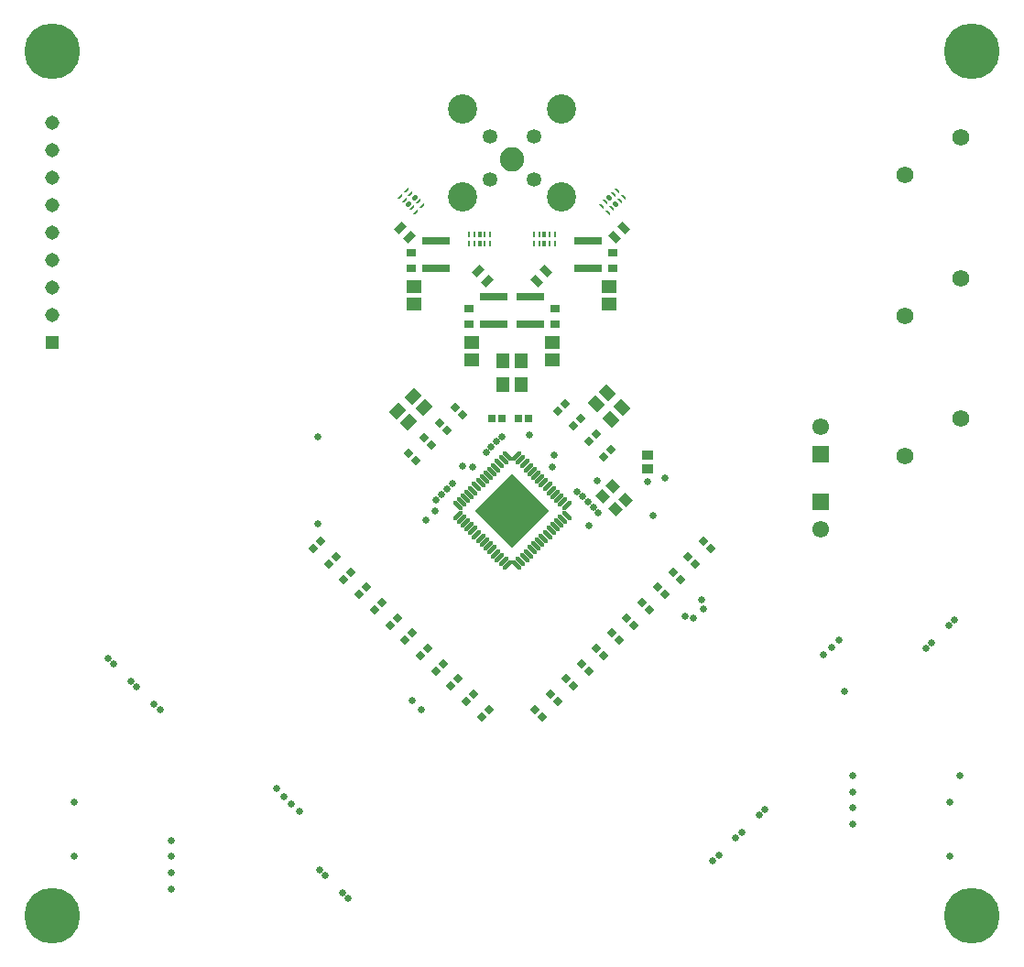
<source format=gbs>
G04*
G04 #@! TF.GenerationSoftware,Altium Limited,Altium Designer,24.4.1 (13)*
G04*
G04 Layer_Color=16711935*
%FSLAX44Y44*%
%MOMM*%
G71*
G04*
G04 #@! TF.SameCoordinates,A59C2C85-A93C-4369-95B1-CFFD4854EA8D*
G04*
G04*
G04 #@! TF.FilePolarity,Negative*
G04*
G01*
G75*
G04:AMPARAMS|DCode=23|XSize=0.7154mm|YSize=0.6725mm|CornerRadius=0mm|HoleSize=0mm|Usage=FLASHONLY|Rotation=45.000|XOffset=0mm|YOffset=0mm|HoleType=Round|Shape=Rectangle|*
%AMROTATEDRECTD23*
4,1,4,-0.0152,-0.4907,-0.4907,-0.0152,0.0152,0.4907,0.4907,0.0152,-0.0152,-0.4907,0.0*
%
%ADD23ROTATEDRECTD23*%

G04:AMPARAMS|DCode=24|XSize=0.7154mm|YSize=0.6725mm|CornerRadius=0mm|HoleSize=0mm|Usage=FLASHONLY|Rotation=315.000|XOffset=0mm|YOffset=0mm|HoleType=Round|Shape=Rectangle|*
%AMROTATEDRECTD24*
4,1,4,-0.4907,0.0152,-0.0152,0.4907,0.4907,-0.0152,0.0152,-0.4907,-0.4907,0.0152,0.0*
%
%ADD24ROTATEDRECTD24*%

%ADD40R,0.7154X0.6725*%
G04:AMPARAMS|DCode=46|XSize=1mm|YSize=0.85mm|CornerRadius=0mm|HoleSize=0mm|Usage=FLASHONLY|Rotation=135.000|XOffset=0mm|YOffset=0mm|HoleType=Round|Shape=Rectangle|*
%AMROTATEDRECTD46*
4,1,4,0.6541,-0.0530,0.0530,-0.6541,-0.6541,0.0530,-0.0530,0.6541,0.6541,-0.0530,0.0*
%
%ADD46ROTATEDRECTD46*%

%ADD53C,1.3500*%
%ADD54C,2.2500*%
%ADD55C,2.7000*%
%ADD56C,1.5500*%
%ADD57R,1.5500X1.5500*%
%ADD58C,1.3100*%
%ADD59R,1.3100X1.3100*%
%ADD60C,1.5748*%
%ADD61C,0.6500*%
%ADD62C,1.1500*%
%ADD63C,5.1500*%
%ADD87R,1.4562X1.2546*%
%ADD88R,0.9000X0.6500*%
%ADD89R,2.6500X0.6500*%
G04:AMPARAMS|DCode=91|XSize=0.64mm|YSize=1.02mm|CornerRadius=0mm|HoleSize=0mm|Usage=FLASHONLY|Rotation=135.000|XOffset=0mm|YOffset=0mm|HoleType=Round|Shape=Rectangle|*
%AMROTATEDRECTD91*
4,1,4,0.5869,0.1343,-0.1343,-0.5869,-0.5869,-0.1343,0.1343,0.5869,0.5869,0.1343,0.0*
%
%ADD91ROTATEDRECTD91*%

G04:AMPARAMS|DCode=92|XSize=0.64mm|YSize=1.02mm|CornerRadius=0mm|HoleSize=0mm|Usage=FLASHONLY|Rotation=45.000|XOffset=0mm|YOffset=0mm|HoleType=Round|Shape=Rectangle|*
%AMROTATEDRECTD92*
4,1,4,0.1343,-0.5869,-0.5869,0.1343,-0.1343,0.5869,0.5869,-0.1343,0.1343,-0.5869,0.0*
%
%ADD92ROTATEDRECTD92*%

G04:AMPARAMS|DCode=93|XSize=0.565mm|YSize=0.2mm|CornerRadius=0.05mm|HoleSize=0mm|Usage=FLASHONLY|Rotation=225.000|XOffset=0mm|YOffset=0mm|HoleType=Round|Shape=RoundedRectangle|*
%AMROUNDEDRECTD93*
21,1,0.5650,0.1000,0,0,225.0*
21,1,0.4650,0.2000,0,0,225.0*
1,1,0.1000,-0.1998,-0.1291*
1,1,0.1000,0.1291,0.1998*
1,1,0.1000,0.1998,0.1291*
1,1,0.1000,-0.1291,-0.1998*
%
%ADD93ROUNDEDRECTD93*%
G04:AMPARAMS|DCode=94|XSize=0.565mm|YSize=0.4mm|CornerRadius=0.05mm|HoleSize=0mm|Usage=FLASHONLY|Rotation=225.000|XOffset=0mm|YOffset=0mm|HoleType=Round|Shape=RoundedRectangle|*
%AMROUNDEDRECTD94*
21,1,0.5650,0.3000,0,0,225.0*
21,1,0.4650,0.4000,0,0,225.0*
1,1,0.1000,-0.2705,-0.0583*
1,1,0.1000,0.0583,0.2705*
1,1,0.1000,0.2705,0.0583*
1,1,0.1000,-0.0583,-0.2705*
%
%ADD94ROUNDEDRECTD94*%
G04:AMPARAMS|DCode=95|XSize=0.565mm|YSize=0.2mm|CornerRadius=0.05mm|HoleSize=0mm|Usage=FLASHONLY|Rotation=90.000|XOffset=0mm|YOffset=0mm|HoleType=Round|Shape=RoundedRectangle|*
%AMROUNDEDRECTD95*
21,1,0.5650,0.1000,0,0,90.0*
21,1,0.4650,0.2000,0,0,90.0*
1,1,0.1000,0.0500,0.2325*
1,1,0.1000,0.0500,-0.2325*
1,1,0.1000,-0.0500,-0.2325*
1,1,0.1000,-0.0500,0.2325*
%
%ADD95ROUNDEDRECTD95*%
G04:AMPARAMS|DCode=96|XSize=0.565mm|YSize=0.4mm|CornerRadius=0.05mm|HoleSize=0mm|Usage=FLASHONLY|Rotation=90.000|XOffset=0mm|YOffset=0mm|HoleType=Round|Shape=RoundedRectangle|*
%AMROUNDEDRECTD96*
21,1,0.5650,0.3000,0,0,90.0*
21,1,0.4650,0.4000,0,0,90.0*
1,1,0.1000,0.1500,0.2325*
1,1,0.1000,0.1500,-0.2325*
1,1,0.1000,-0.1500,-0.2325*
1,1,0.1000,-0.1500,0.2325*
%
%ADD96ROUNDEDRECTD96*%
G04:AMPARAMS|DCode=97|XSize=0.565mm|YSize=0.2mm|CornerRadius=0.05mm|HoleSize=0mm|Usage=FLASHONLY|Rotation=315.000|XOffset=0mm|YOffset=0mm|HoleType=Round|Shape=RoundedRectangle|*
%AMROUNDEDRECTD97*
21,1,0.5650,0.1000,0,0,315.0*
21,1,0.4650,0.2000,0,0,315.0*
1,1,0.1000,0.1291,-0.1998*
1,1,0.1000,-0.1998,0.1291*
1,1,0.1000,-0.1291,0.1998*
1,1,0.1000,0.1998,-0.1291*
%
%ADD97ROUNDEDRECTD97*%
G04:AMPARAMS|DCode=98|XSize=0.565mm|YSize=0.4mm|CornerRadius=0.05mm|HoleSize=0mm|Usage=FLASHONLY|Rotation=315.000|XOffset=0mm|YOffset=0mm|HoleType=Round|Shape=RoundedRectangle|*
%AMROUNDEDRECTD98*
21,1,0.5650,0.3000,0,0,315.0*
21,1,0.4650,0.4000,0,0,315.0*
1,1,0.1000,0.0583,-0.2705*
1,1,0.1000,-0.2705,0.0583*
1,1,0.1000,-0.0583,0.2705*
1,1,0.1000,0.2705,-0.0583*
%
%ADD98ROUNDEDRECTD98*%
%ADD101R,1.2000X1.4000*%
%ADD106R,1.0000X0.9000*%
G04:AMPARAMS|DCode=107|XSize=1.2mm|YSize=1.05mm|CornerRadius=0mm|HoleSize=0mm|Usage=FLASHONLY|Rotation=135.000|XOffset=0mm|YOffset=0mm|HoleType=Round|Shape=Rectangle|*
%AMROTATEDRECTD107*
4,1,4,0.7955,-0.0530,0.0530,-0.7955,-0.7955,0.0530,-0.0530,0.7955,0.7955,-0.0530,0.0*
%
%ADD107ROTATEDRECTD107*%

G04:AMPARAMS|DCode=108|XSize=1.2mm|YSize=1.05mm|CornerRadius=0mm|HoleSize=0mm|Usage=FLASHONLY|Rotation=225.000|XOffset=0mm|YOffset=0mm|HoleType=Round|Shape=Rectangle|*
%AMROTATEDRECTD108*
4,1,4,0.0530,0.7955,0.7955,0.0530,-0.0530,-0.7955,-0.7955,-0.0530,0.0530,0.7955,0.0*
%
%ADD108ROTATEDRECTD108*%

G04:AMPARAMS|DCode=109|XSize=0.4mm|YSize=1.1mm|CornerRadius=0mm|HoleSize=0mm|Usage=FLASHONLY|Rotation=225.000|XOffset=0mm|YOffset=0mm|HoleType=Round|Shape=Round|*
%AMOVALD109*
21,1,0.7000,0.4000,0.0000,0.0000,315.0*
1,1,0.4000,-0.2475,0.2475*
1,1,0.4000,0.2475,-0.2475*
%
%ADD109OVALD109*%

G04:AMPARAMS|DCode=110|XSize=0.4mm|YSize=1.1mm|CornerRadius=0mm|HoleSize=0mm|Usage=FLASHONLY|Rotation=315.000|XOffset=0mm|YOffset=0mm|HoleType=Round|Shape=Round|*
%AMOVALD110*
21,1,0.7000,0.4000,0.0000,0.0000,45.0*
1,1,0.4000,-0.2475,-0.2475*
1,1,0.4000,0.2475,0.2475*
%
%ADD110OVALD110*%

%ADD111P,6.8589X4X360.0*%
D23*
X439493Y255143D02*
D03*
X432725Y248375D02*
D03*
X453635Y241001D02*
D03*
X446867Y234233D02*
D03*
X425351Y269285D02*
D03*
X418583Y262517D02*
D03*
X411209Y283427D02*
D03*
X404441Y276659D02*
D03*
X560004Y474649D02*
D03*
X566772Y481417D02*
D03*
X326204Y368128D02*
D03*
X319436Y361360D02*
D03*
X340347Y353986D02*
D03*
X333579Y347218D02*
D03*
X297920Y396413D02*
D03*
X291152Y389645D02*
D03*
X545862Y488791D02*
D03*
X552630Y495559D02*
D03*
X531720Y502933D02*
D03*
X538488Y509701D02*
D03*
X517578Y517076D02*
D03*
X524346Y523843D02*
D03*
X368782Y325853D02*
D03*
X362015Y319086D02*
D03*
X354640Y339996D02*
D03*
X347872Y333228D02*
D03*
X397067Y297569D02*
D03*
X390299Y290801D02*
D03*
X382924Y311711D02*
D03*
X376157Y304943D02*
D03*
X312062Y382270D02*
D03*
X305294Y375503D02*
D03*
D24*
X538999Y283424D02*
D03*
X545767Y276656D02*
D03*
X496365Y241001D02*
D03*
X503133Y234233D02*
D03*
X552933Y297569D02*
D03*
X559701Y290801D02*
D03*
X510507Y255143D02*
D03*
X517275Y248375D02*
D03*
X524857Y269281D02*
D03*
X531625Y262514D02*
D03*
X567076Y311711D02*
D03*
X573843Y304943D02*
D03*
X581218Y325854D02*
D03*
X587985Y319086D02*
D03*
X595360Y339996D02*
D03*
X602128Y333228D02*
D03*
X609502Y354138D02*
D03*
X616270Y347370D02*
D03*
X623644Y368280D02*
D03*
X630412Y361512D02*
D03*
X651928Y396564D02*
D03*
X658696Y389796D02*
D03*
X637786Y382422D02*
D03*
X644554Y375654D02*
D03*
X386460Y471114D02*
D03*
X379692Y477881D02*
D03*
X428886Y513540D02*
D03*
X422119Y520308D02*
D03*
X400602Y485256D02*
D03*
X393834Y492024D02*
D03*
X414744Y499398D02*
D03*
X407976Y506166D02*
D03*
D40*
X490644Y509853D02*
D03*
X481072D02*
D03*
X456072D02*
D03*
X465644D02*
D03*
D46*
X567808Y447097D02*
D03*
X558969Y438258D02*
D03*
X579829Y435076D02*
D03*
X570990Y426237D02*
D03*
D53*
X495000Y730900D02*
D03*
X495000Y770900D02*
D03*
X455000D02*
D03*
Y730900D02*
D03*
D54*
X475000Y750000D02*
D03*
D55*
X520750Y715000D02*
D03*
Y796000D02*
D03*
X429250D02*
D03*
Y715000D02*
D03*
D56*
X760000Y407300D02*
D03*
Y502700D02*
D03*
D57*
Y432700D02*
D03*
Y477300D02*
D03*
D58*
X50000Y783200D02*
D03*
Y757800D02*
D03*
Y732400D02*
D03*
Y707000D02*
D03*
Y681600D02*
D03*
Y656200D02*
D03*
Y630800D02*
D03*
Y605400D02*
D03*
D59*
Y580000D02*
D03*
D60*
X890000Y640000D02*
D03*
X838000Y605000D02*
D03*
Y735000D02*
D03*
X890000Y770000D02*
D03*
X838000Y475000D02*
D03*
X890000Y510000D02*
D03*
D61*
X382536Y249536D02*
D03*
X107005Y282995D02*
D03*
X101755Y288245D02*
D03*
X666000Y106000D02*
D03*
X660750Y100750D02*
D03*
X635000Y327500D02*
D03*
X650000Y342500D02*
D03*
X616000Y455000D02*
D03*
X395097Y415808D02*
D03*
X295214Y493000D02*
D03*
Y413000D02*
D03*
X880000Y155000D02*
D03*
X889000Y180000D02*
D03*
X70000Y105000D02*
D03*
Y155000D02*
D03*
X880000Y105000D02*
D03*
X782448Y257699D02*
D03*
X777145Y305429D02*
D03*
X770074Y298358D02*
D03*
X763002Y291287D02*
D03*
X278284Y146716D02*
D03*
X160000Y75000D02*
D03*
Y90000D02*
D03*
Y105000D02*
D03*
Y120000D02*
D03*
X271213Y153787D02*
D03*
X264142Y160858D02*
D03*
X257071Y167929D02*
D03*
X554903Y422879D02*
D03*
X545004Y432778D02*
D03*
X540054Y437778D02*
D03*
X535104Y442728D02*
D03*
X491264Y494477D02*
D03*
X513891Y476619D02*
D03*
X450908Y478740D02*
D03*
X405000Y435000D02*
D03*
X410000Y440000D02*
D03*
X790000Y135000D02*
D03*
Y150000D02*
D03*
Y165000D02*
D03*
Y180000D02*
D03*
X600000Y451750D02*
D03*
X605000Y420000D02*
D03*
X600000Y476250D02*
D03*
X465858Y493589D02*
D03*
X455908Y483690D02*
D03*
X460858Y488640D02*
D03*
X415000Y445000D02*
D03*
X420000Y450000D02*
D03*
X643038Y325462D02*
D03*
X652214Y334286D02*
D03*
X883840Y324091D02*
D03*
X878590Y318841D02*
D03*
X857377Y297628D02*
D03*
X862627Y302878D02*
D03*
X708463Y148463D02*
D03*
X703213Y143213D02*
D03*
X682000Y122000D02*
D03*
X687250Y127250D02*
D03*
X149468Y240532D02*
D03*
X144218Y245782D02*
D03*
X123005Y266995D02*
D03*
X128255Y261745D02*
D03*
X302250Y87750D02*
D03*
X297000Y93000D02*
D03*
X318213Y71787D02*
D03*
X323463Y66537D02*
D03*
X391536Y240536D02*
D03*
X451665Y425000D02*
D03*
X459444Y417222D02*
D03*
X467222Y409444D02*
D03*
X475000Y401665D02*
D03*
X459444Y432778D02*
D03*
X467222Y425000D02*
D03*
X475000Y417222D02*
D03*
X482778Y409444D02*
D03*
X467222Y440556D02*
D03*
X475000Y432778D02*
D03*
X482778Y425000D02*
D03*
X490556Y417222D02*
D03*
X475000Y448335D02*
D03*
X482778Y440556D02*
D03*
X490556Y432778D02*
D03*
X498335Y425000D02*
D03*
X553337Y452729D02*
D03*
X512477Y465305D02*
D03*
X429038Y466012D02*
D03*
X438938Y465305D02*
D03*
X404289Y425000D02*
D03*
X549953Y427828D02*
D03*
X545711Y410858D02*
D03*
D62*
X384781Y632258D02*
D03*
X565000Y632258D02*
D03*
X512000Y580758D02*
D03*
X438000Y580758D02*
D03*
D63*
X50000Y850000D02*
D03*
X900000D02*
D03*
Y50000D02*
D03*
X50000D02*
D03*
D87*
X384781Y615742D02*
D03*
Y632258D02*
D03*
X438000Y564242D02*
D03*
X438000Y580758D02*
D03*
X565000Y615742D02*
D03*
X565000Y632258D02*
D03*
X512000Y564242D02*
D03*
Y580758D02*
D03*
D88*
X567781Y663250D02*
D03*
Y648750D02*
D03*
X435000Y611800D02*
D03*
Y597300D02*
D03*
X382000Y663250D02*
D03*
X382000Y648750D02*
D03*
X515000Y611800D02*
D03*
Y597300D02*
D03*
D89*
X545000Y674150D02*
D03*
Y648750D02*
D03*
X458000Y622700D02*
D03*
Y597300D02*
D03*
X405000Y674150D02*
D03*
Y648750D02*
D03*
X492000Y622700D02*
D03*
Y597300D02*
D03*
D91*
X380490Y677510D02*
D03*
X371510Y686490D02*
D03*
X452490Y637510D02*
D03*
X443510Y646490D02*
D03*
D92*
X497510Y637510D02*
D03*
X506490Y646490D02*
D03*
X569510Y677510D02*
D03*
X578490Y686490D02*
D03*
D93*
X377881Y721023D02*
D03*
X381417Y717488D02*
D03*
X388488Y710417D02*
D03*
X392023Y706881D02*
D03*
X386119Y700977D02*
D03*
X382583Y704512D02*
D03*
X375512Y711583D02*
D03*
X371977Y715119D02*
D03*
D94*
X384952Y713952D02*
D03*
X379048Y708048D02*
D03*
D95*
X455000Y671825D02*
D03*
X450000D02*
D03*
X440000D02*
D03*
X435000D02*
D03*
Y680175D02*
D03*
X440000D02*
D03*
X450000D02*
D03*
X455000D02*
D03*
X515000Y671825D02*
D03*
X510000D02*
D03*
X500000D02*
D03*
X495000D02*
D03*
Y680175D02*
D03*
X500000D02*
D03*
X510000D02*
D03*
X515000D02*
D03*
D96*
X445000Y671825D02*
D03*
Y680175D02*
D03*
X505000Y671825D02*
D03*
Y680175D02*
D03*
D97*
X557977Y706881D02*
D03*
X561512Y710417D02*
D03*
X568583Y717488D02*
D03*
X572119Y721023D02*
D03*
X578023Y715119D02*
D03*
X574488Y711583D02*
D03*
X567417Y704512D02*
D03*
X563881Y700977D02*
D03*
D98*
X565048Y713952D02*
D03*
X570952Y708048D02*
D03*
D101*
X466500Y541279D02*
D03*
Y563279D02*
D03*
X483500D02*
D03*
Y541279D02*
D03*
D106*
X600000Y476250D02*
D03*
Y463250D02*
D03*
D107*
X566747Y509676D02*
D03*
X577000Y519929D02*
D03*
X552605Y523818D02*
D03*
X562858Y534071D02*
D03*
D108*
X393683Y520459D02*
D03*
X383430Y530713D02*
D03*
X379541Y506317D02*
D03*
X369287Y516570D02*
D03*
D109*
X424619Y429419D02*
D03*
X428154Y432955D02*
D03*
X431690Y436491D02*
D03*
X435225Y440026D02*
D03*
X438761Y443562D02*
D03*
X442296Y447097D02*
D03*
X445832Y450633D02*
D03*
X449367Y454168D02*
D03*
X452903Y457704D02*
D03*
X456438Y461239D02*
D03*
X459974Y464775D02*
D03*
X463509Y468310D02*
D03*
X467045Y471846D02*
D03*
X470580Y475381D02*
D03*
X525381Y420581D02*
D03*
X521846Y417045D02*
D03*
X518310Y413509D02*
D03*
X514775Y409974D02*
D03*
X511239Y406438D02*
D03*
X507704Y402903D02*
D03*
X504168Y399367D02*
D03*
X500633Y395832D02*
D03*
X497097Y392296D02*
D03*
X493562Y388761D02*
D03*
X490026Y385225D02*
D03*
X486491Y381690D02*
D03*
X482955Y378154D02*
D03*
X479419Y374619D02*
D03*
D110*
Y475381D02*
D03*
X482955Y471846D02*
D03*
X486491Y468310D02*
D03*
X490026Y464775D02*
D03*
X493562Y461239D02*
D03*
X497097Y457704D02*
D03*
X500633Y454168D02*
D03*
X504168Y450633D02*
D03*
X507704Y447097D02*
D03*
X511239Y443562D02*
D03*
X514775Y440026D02*
D03*
X518310Y436491D02*
D03*
X521846Y432955D02*
D03*
X525381Y429419D02*
D03*
X470580Y374619D02*
D03*
X467045Y378154D02*
D03*
X463509Y381690D02*
D03*
X459974Y385225D02*
D03*
X456438Y388761D02*
D03*
X452903Y392296D02*
D03*
X449367Y395832D02*
D03*
X445832Y399367D02*
D03*
X442296Y402903D02*
D03*
X438761Y406438D02*
D03*
X435225Y409974D02*
D03*
X431690Y413509D02*
D03*
X428154Y417045D02*
D03*
X424619Y420581D02*
D03*
D111*
X475000Y425000D02*
D03*
M02*

</source>
